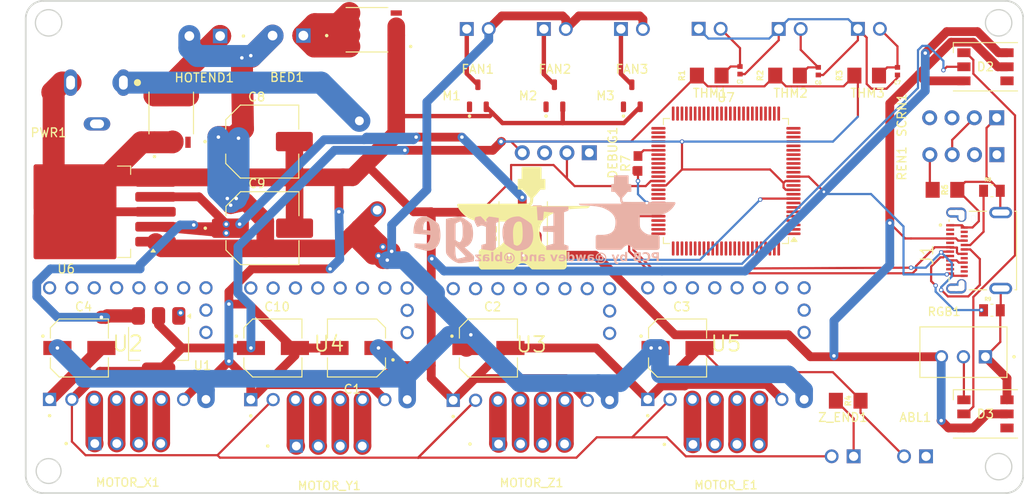
<source format=kicad_pcb>
(kicad_pcb (version 20240108) (generator "pcbnew") (generator_version "8.0")
  (layers (0 "F.Cu" signal) (1 "In1.Cu" signal) (2 "In2.Cu" signal) (31 "B.Cu" signal) (34 "B.Paste" user) (35 "F.Paste" user) (36 "B.SilkS" user "B.Silkscreen") (37 "F.SilkS" user "F.Silkscreen") (38 "B.Mask" user) (39 "F.Mask" user) (44 "Edge.Cuts" user))
  (net 0 "")
  (net 2 "ABL")
  (net 7 "T2")
  (net 12 "T1")
  (net 17 "T0")
  (net 21 "GNDREF")
  (net 22 "FAN1")
  (net 23 "FAN2")
  (net 24 "FAN3")
  (net 25 "HOTEND")
  (net 26 "BED")
  (net 27 "Z_END")
  (net 28 "EN_BTN")
  (net 29 "UART_TX")
  (net 30 "UART_RX")
  (net 31 "+3V3")
  (net 32 "VCC")
  (net 33 "Net-(FAN1-Pad1)")
  (net 34 "Net-(FAN2-Pad1)")
  (net 35 "Net-(FAN3-Pad1)")
  (net 36 "EN_REV")
  (net 37 "EN_FOR")
  (net 38 "SCRN_SCL")
  (net 39 "SCRN_SDA")
  (net 40 "DIR_M4")
  (net 41 "Net-(U3-M1A)")
  (net 42 "Net-(U3-M2A)")
  (net 43 "Net-(U2-M1A)")
  (net 44 "Net-(U2-M2A)")
  (net 45 "Net-(U4-M1A)")
  (net 46 "Net-(U4-M2A)")
  (net 47 "Net-(U5-M1B)")
  (net 48 "Net-(U5-M2B)")
  (net 49 "Net-(U5-M2A)")
  (net 50 "Net-(U5-M1A)")
  (net 51 "Net-(U2-M1B)")
  (net 52 "Net-(U2-M2B)")
  (net 53 "Net-(U3-M1B)")
  (net 54 "Net-(U3-M2B)")
  (net 55 "Net-(U4-M1B)")
  (net 56 "Net-(U4-M2B)")
  (net 57 "Net-(BED1-Pad01)")
  (net 58 "Net-(HOTEND1-Pad01)")
  (net 60 "DIR_M1")
  (net 63 "STEP_M1")
  (net 66 "EN_M1")
  (net 67 "STEP_M3")
  (net 68 "STEP_M4")
  (net 69 "EN_M4")
  (net 70 "DIR_M2")
  (net 71 "STEP_M2")
  (net 72 "EN_M3")
  (net 73 "DIAG_M3")
  (net 74 "DIAG_M4")
  (net 75 "DIR_M3")
  (net 76 "EN_M2")
  (net 77 "DIAG_M2")
  (net 78 "DIAG_M1")
  (net 79 "Net-(F1-Pad1)")
  (net 80 "SWDIO")
  (net 81 "SWCLK")
  (net 82 "USB_DP")
  (net 83 "USB_DM")
  (net 84 "+5V")
  (net 85 "Net-(D1-DOUT)")
  (net 87 "NEOPIXEL_DIN")
  (net 88 "Net-(D2-DOUT)")
  (net 90 "NEOPIXEL_DOUT")
  (net 96 "Net-(J1-CC1)")
  (net 97 "Net-(J1-CC2)")
  (footprint "TMC2209_SILENTSTEPSTICK:MODULE_TMC2209_SILENTSTEPSTICK" (layer "F.Cu") (at 180 111 90)
    (property "Reference" "U5")
    (property "Value" "TMC2209_SILENTSTEPSTICK" (hide yes))
  )
  (footprint "RMCF0805JT5K10:RESC2012X65N" (layer "F.Cu") (at 210.2375 93.609251)
    (property "Reference" "R8")
    (property "Value" "RMCF0805JT5K10" (hide yes))
  )
  (footprint "B4B-XH-A:JST_B4B-XH-A" (layer "F.Cu") (at 112 122.9 180)
    (property "Reference" "MOTOR_X1")
    (property "Value" "B4B-XH-A" (hide yes))
  )
  (footprint "GCM155R71H104KE02J:CAPC1005X55N" (layer "F.Cu") (at 199.5 80 -90)
    (property "Reference" "C7")
    (property "Value" "GCM155R71H104KE02J" (hide yes))
  )
  (footprint "PinHeader:PinHeader_1x04_P2.54mm_Vertical" (layer "F.Cu") (at 210.8 89.5 -90)
    (property "Reference" "REN1")
    (property "Value" "PEC11H-4015F-S0016" (hide yes))
  )
  (footprint "EEEFT1V101AP:CAP_EEEFT1V101AP" (layer "F.Cu") (at 174.5 111.5)
    (property "Reference" "C3")
    (property "Value" "EEEFT1V101AP" (hide yes))
  )
  (footprint "IRFH7440TRPBF:TRANS_FDMS86202" (layer "F.Cu") (at 139.8524 75.2856 180)
    (property "Reference" "Q2" (hide yes))
    (property "Value" "~" (hide yes))
  )
  (footprint "PJ-102B:CUI_PJ-102B" (layer "F.Cu") (at 105 81.3 180)
    (property "Reference" "PWR1")
    (property "Value" "PJ-102B" (hide yes))
  )
  (footprint "B2B-XH-A:JST_B2B-XH-A" (layer "F.Cu") (at 187.25 75.725 180)
    (property "Reference" "THM2")
    (property "Value" "B2B-XH-A" (hide yes))
  )
  (footprint "B2B-XH-A:JST_B2B-XH-A" (layer "F.Cu") (at 193.2675 123.300001)
    (property "Reference" "Z_END1")
    (property "Value" "B2B-XH-A" (hide yes))
  )
  (footprint "AO3400A:SOT95P280X125-3N" (layer "F.Cu") (at 151.8 82.8 90)
    (property "Reference" "M1")
    (property "Value" "AO3400A" (hide yes))
  )
  (footprint "IRFH7440TRPBF:TRANS_FDMS86202" (layer "F.Cu") (at 116.9416 85.4202 90)
    (property "Reference" "Q1" (hide yes))
    (property "Value" "~")
  )
  (footprint "B2B-XH-A:JST_B2B-XH-A" (layer "F.Cu") (at 151.7875 75.725001 180)
    (property "Reference" "FAN1")
    (property "Value" "B2B-XH-A" (hide yes))
  )
  (footprint "LED_SMD:LED_WS2812_PLCC6_5.0x5.0mm_P1.6mm" (layer "F.Cu") (at 209.5 79.5)
    (property "Reference" "D2")
    (property "Value" "WS2812" (hide yes))
  )
  (footprint "AO3400A:SOT95P280X125-3N" (layer "F.Cu") (at 160.5 82.8 90)
    (property "Reference" "M2")
    (property "Value" "AO3400A" (hide yes))
  )
  (footprint "b3b-xh-a:JST_B3B-XH-A" (layer "F.Cu") (at 207 111.975)
    (property "Reference" "RGB1")
    (property "Value" "B3B-XH-A")
  )
  (footprint "TMC2209_SILENTSTEPSTICK:MODULE_TMC2209_SILENTSTEPSTICK" (layer "F.Cu") (at 157.8864 111.0996 90)
    (property "Reference" "U3")
    (property "Value" "TMC2209_SILENTSTEPSTICK" (hide yes))
  )
  (footprint "B4B-XH-A:JST_B4B-XH-A" (layer "F.Cu") (at 134.9086 123.1816 180)
    (property "Reference" "MOTOR_Y1")
    (property "Value" "B4B-XH-A" (hide yes))
  )
  (footprint "RC1206JR-134K7L:RESC3216X65" (layer "F.Cu") (at 193.899999 117.5)
    (property "Reference" "R4")
    (property "Value" "RC1206JR-134K7L" (hide yes))
  )
  (footprint "Phoenix 1751248:PHOENIX_1751248" (layer "F.Cu") (at 124.5 72.4 180)
    (property "Reference" "HOTEND1")
    (property "Value" "1751248" (hide yes))
  )
  (footprint "LED_SMD:LED_WS2812_PLCC6_5.0x5.0mm_P1.6mm" (layer "F.Cu") (at 209.5 119)
    (property "Reference" "D3")
    (property "Value" "WS2812" (hide yes))
  )
  (footprint "EEEFT1V101AP:CAP_EEEFT1V101AP" (layer "F.Cu") (at 138 111.5 180)
    (property "Reference" "C1")
    (property "Value" "EEEFT1V101AP" (hide yes))
  )
  (footprint "B2B-XH-A:JST_B2B-XH-A" (layer "F.Cu") (at 160.55 75.725001 180)
    (property "Reference" "FAN2")
    (property "Value" "B2B-XH-A" (hide yes))
  )
  (footprint "RC1206JR-134K7L:RESC3216X65" (layer "F.Cu") (at 178.100001 80.5)
    (property "Reference" "R1")
    (property "Value" "RC1206JR-134K7L" (hide yes))
  )
  (footprint "Phoenix 1751248:PHOENIX_1751248" (layer "F.Cu") (at 133.9625 72.35 180)
    (property "Reference" "BED1")
    (property "Value" "1751248" (hide yes))
  )
  (footprint "Package_TO_SOT_SMD:SOT-223-3_TabPin2" (layer "F.Cu") (at 115.5 111 -90)
    (property "Reference" "U1")
    (property "Value" "AMS1117-3.3" (hide yes))
  )
  (footprint "EEEFT1V101AP:CAP_EEEFT1V101AP" (layer "F.Cu") (at 153 111.5)
    (property "Reference" "C2")
    (property "Value" "EEEFT1V101AP" (hide yes))
  )
  (footprint "UWT1V101MCL1GS:CAPAE830X1000N" (layer "F.Cu") (at 127.3121 97.8662)
    (property "Reference" "C9")
    (property "Value" "UWT1V331MNL1GS" (hide yes))
  )
  (footprint "RC1206JR-134K7L:RESC3216X65" (layer "F.Cu") (at 196 80.5)
    (property "Reference" "R3")
    (property "Value" "RC1206JR-134K7L" (hide yes))
  )
  (footprint "RC0603FR-131KL:0603" (layer "F.Cu") (at 170 90.5 -90)
    (property "Reference" "R7")
    (property "Value" "RC0603FR-131KL" (hide yes))
  )
  (footprint "AO3400A:SOT95P280X125-3N" (layer "F.Cu") (at 169.3 82.8 90)
    (property "Reference" "M3")
    (property "Value" "AO3400A" (hide yes))
  )
  (footprint "PinHeader:PinHeader_1x04_P2.54mm_Vertical" (layer "F.Cu") (at 164.465 89.281 -90)
    (property "Reference" "DEBUG1")
    (property "Value" "Conn_01x04_Pin" (hide yes))
  )
  (footprint "PinHeader:PinHeader_1x04_P2.54mm_Vertical" (layer "F.Cu") (at 210.78 85.3 -90)
    (property "Reference" "SCRN1")
    (property "Value" "SSD1306" (hide yes))
  )
  (footprint "TMC2209_SILENTSTEPSTICK:MODULE_TMC2209_SILENTSTEPSTICK" (layer "F.Cu") (at 134.874 111.0234 90)
    (property "Reference" "U4")
    (property "Value" "TMC2209_SILENTSTEPSTICK" (hide yes))
  )
  (footprint "LOGO" (layer "F.Cu") (at 156.9 97.8)
    (property "Reference" "G***" (hide yes))
    (property "Value" "LOGO" (hide yes))
  )
  (footprint "B2B-XH-A:JST_B2B-XH-A" (layer "F.Cu") (at 201.5 123.300001)
    (property "Reference" "ABL1")
    (property "Value" "B2B-XH-A" (hide yes))
  )
  (footprint "B4B-XH-A:JST_B4B-XH-A" (layer "F.Cu") (at 157.9064 122.953 180)
    (property "Reference" "MOTOR_Z1")
    (property "Value" "B4B-XH-A" (hide yes))
  )
  (footprint "DX07S024JJ3R1300:JAE_DX07S024JJ3R1300" (layer "F.Cu") (at 208.1875 100.409251 90)
    (property "Reference" "J1")
    (property "Value" "DX07S024JJ3R1300" (hide yes))
    (fp_line (start 4.02 -2.65) (end 4.02 -1.75) (stroke (width 0.01)) (layer "Edge.Cuts"))
    (fp_line (start -4.02 -2.65) (end -4.02 -1.75) (stroke (width 0.01)) (layer "Edge.Cuts"))
    (fp_line (start 4.02 -1.75) (end 3.72 -1.75) (stroke (width 0.01)) (layer "Edge.Cuts"))
    (fp_line (start -4.02 -1.75) (end -3.72 -1.75) (stroke (width 0.01)) (layer "Edge.Cuts"))
    (fp_line (start 4.62 -1.4) (end 4.62 -2.65) (stroke (width 0.01)) (layer "Edge.Cuts"))
    (fp_line (start -4.62 -1.4) (end -4.62 -2.65) (stroke (width 0.01)) (layer "Edge.Cuts"))
    (fp_line (start 3.72 -1.05) (end 4.27 -1.05) (stroke (width 0.01)) (layer "Edge.Cuts"))
    (fp_line (start -3.72 -1.05) (end -4.27 -1.05) (stroke (width 0.01)) (layer "Edge.Cuts"))
    (fp_line (start 3.425 -0.315) (end 3.775 -0.315001) (stroke (width 0.01)) (layer "Edge.Cuts"))
    (fp_line (start 3.8 0.185) (end 3.425 0.185) (stroke (width 0.01)) (layer "Edge.Cuts"))
    (fp_arc (start 4.32 -2.95) (mid 4.532132 -2.862132) (end 4.62 -2.65) (stroke (width 0.01)) (layer "Edge.Cuts"))
    (fp_arc (start -4.32 -2.95) (mid -4.107868 -2.862132) (end -4.02 -2.65) (stroke (width 0.01)) (layer "Edge.Cuts"))
    (fp_arc (start 4.02 -2.65) (mid 4.107868 -2.862132) (end 4.32 -2.95) (stroke (width 0.01)) (layer "Edge.Cuts"))
    (fp_arc (start -4.62 -2.65) (mid -4.532132 -2.862132) (end -4.32 -2.95) (stroke (width 0.01)) (layer "Edge.Cuts"))
    (fp_arc (start -3.72 -1.75) (mid -3.37 -1.4) (end -3.72 -1.05) (stroke (width 0.01)) (layer "Edge.Cuts"))
    (fp_arc (start 4.62 -1.4) (mid 4.517487 -1.152513) (end 4.27 -1.05) (stroke (width 0.01)) (layer "Edge.Cuts"))
    (fp_arc (start 3.72 -1.05) (mid 3.37 -1.4) (end 3.72 -1.75) (stroke (width 0.01)) (layer "Edge.Cuts"))
    (fp_arc (start -4.27 -1.05) (mid -4.517487 -1.152513) (end -4.62 -1.4) (stroke (width 0.01)) (layer "Edge.Cuts"))
    (fp_arc (start 3.775 -0.315001) (mid 3.951777 -0.241777) (end 4.025 -0.065) (stroke (width 0.01)) (layer "Edge.Cuts"))
    (fp_arc (start 3.175 -0.065) (mid 3.248223 -0.241777) (end 3.425 -0.315) (stroke (width 0.01)) (layer "Edge.Cuts"))
    (fp_arc (start 4.025 -0.064999) (mid 3.960468 0.103174) (end 3.8 0.185) (stroke (width 0.01)) (layer "Edge.Cuts"))
    (fp_arc (start 3.425 0.185) (mid 3.248223 0.111777) (end 3.175 -0.065) (stroke (width 0.01)) (layer "Edge.Cuts"))
  )
  (footprint "EEEFN1C221XP:CAP_EEEFN1C221XP" (layer "F.Cu") (at 128.5 111.5)
    (property "Reference" "C10")
    (property "Value" "EEEFN1C221XP" (hide yes))
  )
  (footprint "TMC2209_SILENTSTEPSTICK:MODULE_TMC2209_SILENTSTEPSTICK" (layer "F.Cu") (at 112 111 90)
    (property "Reference" "U2")
    (property "Value" "TMC2209_SILENTSTEPSTICK" (hide yes))
  )
  (footprint "Package_TO_SOT_SMD:TO-263-5_TabPin3" (layer "F.Cu") (at 107.5 96 180)
    (property "Reference" "U6")
    (property "Value" "LM2576HVS-5" (hide yes))
  )
  (footprint "Package_QFP:LQFP-100_14x14mm_P0.5mm" (layer "F.Cu") (at 180 92.5 180)
    (property "Reference" "U7")
    (property "Value" "STM32G0B1VETx" (hide yes))
  )
  (footprint "RC1206JR-134K7L:RESC3216X65" (layer "F.Cu") (at 187 80.5)
    (property "Reference" "R2")
    (property "Value" "RC1206JR-134K7L" (hide yes))
  )
  (footprint "LED_SMD:LED_WS2812_PLCC6_5.0x5.0mm_P1.6mm" (layer "F.Cu") (at 156.95 98.5 90)
    (property "Reference" "D1")
    (property "Value" "WS2812")
  )
  (footprint "B2B-XH-A:JST_B2B-XH-A" (layer "F.Cu") (at 169.3125 75.725001 180)
    (property "Reference" "FAN3")
    (property "Value" "B2B-XH-A" (hide yes))
  )
  (footprint "B2B-XH-A:JST_B2B-XH-A" (layer "F.Cu") (at 196.25 75.705001 180)
    (property "Reference" "THM3")
    (property "Value" "B2B-XH-A" (hide yes))
  )
  (footprint "GCM155R71H104KE02J:CAPC1005X55N" (layer "F.Cu") (at 181.6 79.9 -90)
    (property "Reference" "C5")
    (property "Value" "GCM155R71H104KE02J" (hide yes))
  )
  (footprint "RC1206JR-134K7L:RESC3216X65" (layer "F.Cu") (at 204.899999 93.5)
    (property "Reference" "R6")
    (property "Value" "RC1206JR-134K7L" (hide yes))
  )
  (footprint "RMCF0805JT5K10:RESC2012X65N" (layer "F.Cu") (at 210.2375 107.209251)
    (property "Reference" "R9")
    (property "Value" "RMCF0805JT5K10" (hide yes))
  )
  (footprint "B2B-XH-A:JST_B2B-XH-A" (layer "F.Cu") (at 178.15 75.7 180)
    (property "Reference" "THM1")
    (property "Value" "B2B-XH-A" (hide yes))
  )
  (footprint "B4B-XH-A:JST_B4B-XH-A" (layer "F.Cu") (at 180 123 180)
    (property "Reference" "MOTOR_E1")
    (property "Value" "B4B-XH-A" (hide yes))
  )
  (footprint "UWT1V101MCL1GS:CAPAE830X1000N" (layer "F.Cu") (at 127.2867 88.011)
    (property "Reference" "C8")
    (property "Value" "UWT1V101MCL1GS" (hide yes))
  )
  (footprint "GCM155R71H104KE02J:CAPC1005X55N" (layer "F.Cu") (at 190.5 80 -90)
    (property "Reference" "C6")
    (property "Value" "GCM155R71H104KE02J" (hide yes))
  )
  (footprint "EEEFT1V101AP:CAP_EEEFT1V101AP" (layer "F.Cu") (at 106.5 111.5)
    (property "Reference" "C4")
    (property "Value" "EEEFT1V101AP" (hide yes))
  )
  (footprint "LOGO" (layer "B.Cu") (at 159.361128 96.850732 180)
    (property "Reference" "G***" (hide yes))
    (property "Value" "LOGO" (hide yes))
  )
  (footprint "RUEF900:FUSRR1015W81L2410T300H2900" (layer "B.Cu") (at 139.3444 90.7288 -90)
    (property "Reference" "F1" (hide yes))
    (property "Value" "RUEF900" (hide yes))
  )
  (gr_line (start 211.775735 128.014215) (end 102.414213 128.014213) (stroke (width 0.2)) (layer "Edge.Cuts"))
  (gr_line (start 100.4 74.014214) (end 100.4 126) (stroke (width 0.2)) (layer "Edge.Cuts"))
  (gr_arc (start 211.775736 72.000002) (mid 213.199993 72.589953) (end 213.789949 74.014215) (stroke (width 0.2)) (layer "Edge.Cuts"))
  (gr_arc (start 102.414213 128.014213) (mid 100.989949 127.424264) (end 100.4 126) (stroke (width 0.2)) (layer "Edge.Cuts"))
  (gr_circle (center 103 125.5) (end 104 126.5) (stroke (width 0.15)) (fill none) (layer "Edge.Cuts"))
  (gr_circle (center 211 125) (end 212.5 125) (stroke (width 0.15)) (fill none) (layer "Edge.Cuts"))
  (gr_line (start 213.789949 74.014215) (end 213.789949 126.000001) (stroke (width 0.2)) (layer "Edge.Cuts"))
  (gr_line (start 211.775736 72.000002) (end 102.414214 72) (stroke (width 0.2)) (layer "Edge.Cuts"))
  (gr_arc (start 100.4 74.014214) (mid 100.98995 72.58995) (end 102.414214 72) (stroke (width 0.2)) (layer "Edge.Cuts"))
  (gr_circle (center 211 74.5) (end 212.5 74.5) (stroke (width 0.15)) (fill none) (layer "Edge.Cuts"))
  (gr_arc (start 213.789949 126.000001) (mid 213.199999 127.424265) (end 211.775735 128.014215) (stroke (width 0.2)) (layer "Edge.Cuts"))
  (gr_circle (center 103 74.5) (end 104.5 74.5) (stroke (width 0.15)) (fill none) (layer "Edge.Cuts"))
  (gr_text "PCB by @awdev and @blaze" (at 172.5 101.8 0) (layer "B.SilkS") (effects (font (size 1 1) (thickness 0.25) (bold yes)) (justify left bottom mirror)))
  (segment (start 181.6 79.468) (end 180.532 79.468) (width 0.25) (layer "F.Cu") (net 7))
  (segment (start 180.532 79.468) (end 179.5 80.5) (width 0.25) (layer "F.Cu") (net 7))
  (segment (start 181.6 77.375) (end 179.4 75.175) (width 0.25) (layer "F.Cu") (net 7))
  (segment (start 181.6 79.468) (end 181.6 77.375) (width 0.25) (layer "F.Cu") (net 7))
  (segment (start 188.5 75.2) (end 188.5 77.568) (width 0.25) (layer "F.Cu") (net 12))
  (segment (start 188.5 77.568) (end 190.5 79.568) (width 0.25) (layer "F.Cu") (net 12))
  (segment (start 189.331999 79.568) (end 188.399999 80.5) (width 0.25) (layer "F.Cu") (net 12))
  (segment (start 190.5 79.568) (end 189.331999 79.568) (width 0.25) (layer "F.Cu") (net 12))
  (segment (start 199.5 79.568) (end 199.5 77.180001) (width 0.25) (layer "F.Cu") (net 17))
  (segment (start 198.331999 79.568) (end 199.5 79.568) (width 0.25) (layer "F.Cu") (net 17))
  (segment (start 199.5 77.180001) (end 197.5 75.180001) (width 0.25) (layer "F.Cu") (net 17))
  (segment (start 197.399999 80.5) (end 198.331999 79.568) (width 0.25) (layer "F.Cu") (net 17))
  (segment (start 195.299998 117.5) (end 195.299998 117.4) (width 0.25) (layer "F.Cu") (net 21))
  (segment (start 211.2375 104.729251) (end 211.2375 107.159251) (width 0.25) (layer "F.Cu") (net 21))
  (segment (start 155.575 92.494) (end 152.019 96.05) (width 0.25) (layer "F.Cu") (net 21))
  (segment (start 210.1725 92.594251) (end 211.1875 93.609251) (width 0.25) (layer "F.Cu") (net 21))
  (segment (start 155.5 111.5) (end 165.26 111.5) (width 1) (layer "F.Cu") (net 21))
  (segment (start 125.2646 114.9) (end 125.984 115.6194) (width 1) (layer "F.Cu") (net 21))
  (segment (start 130.8621 92.6) (end 130.9621 92.5) (width 1) (layer "F.Cu") (net 21))
  (segment (start 161.449999 84.055) (end 161.449999 85.892401) (width 0.5) (layer "F.Cu") (net 21))
  (segment (start 131 111.5) (end 133.5 111.5) (width 1) (layer "F.Cu") (net 21))
  (segment (start 205.7375 103.284251) (end 205.4875 103.034251) (width 0.25) (layer "F.Cu") (net 21))
  (segment (start 170.882236 93.075) (end 162.798 93.075) (width 0.25) (layer "F.Cu") (net 21))
  (segment (start 153.4735 84.7785) (end 152.749999 84.055) (width 0.5) (layer "F.Cu") (net 21))
  (segment (start 171.11 117.35) (end 172.642082 115.817918) (width 1) (layer "F.Cu") (net 21))
  (segment (start 136 96) (end 136 92.575) (width 1) (layer "F.Cu") (net 21))
  (segment (start 161.7598 114.973) (end 162.1434 115.3566) (width 1) (layer "F.Cu") (net 21))
  (segment (start 211.1875 107.209251) (end 211.1875 110.8125) (width 0.25) (layer "F.Cu") (net 21))
  (segment (start 125.984 117.3734) (end 127.684 115.6734) (width 1) (layer "F.Cu") (net 21))
  (segment (start 142.5224 75.9206) (end 142.5224 85.217) (width 2) (layer "F.Cu") (net 21))
  (segment (start 207.0875 97.784251) (end 206.8375 97.534251) (width 0.25) (layer "F.Cu") (net 21))
  (segment (start 109.05 92.6) (end 108.425 93.225) (width 1) (layer "F.Cu") (net 21))
  (segment (start 161.925 89.281) (end 161.925 92.202) (width 0.25) (layer "F.Cu") (net 21))
  (segment (start 211.95 117.4) (end 211.95 114.95) (width 1) (layer "F.Cu") (net 21))
  (segment (start 195.299998 117.4) (end 192.151 114.251002) (width 0.25) (layer "F.Cu") (net 21))
  (segment (start 165.26 111.5) (end 169.1166 115.3566) (width 1) (layer "F.Cu") (net 21))
  (segment (start 139.063765 90.563765) (end 137.552529 92.075) (width 2) (layer "F.Cu") (net 21))
  (segment (start 103.4288 82.3976) (end 103.575 82.5438) (width 2.5) (layer "F.Cu") (net 21))
  (segment (start 123.5 106.5) (end 123.5 105.101133) (width 1) (layer "F.Cu") (net 21))
  (segment (start 142.5 113.5) (end 146.5 113.5) (width 1) (layer "F.Cu") (net 21))
  (segment (start 162.1434 115.3566) (end 169.1166 115.3566) (width 1) (layer "F.Cu") (net 21))
  (segment (start 155.575 90.678) (end 155.575 92.494) (width 0.25) (layer "F.Cu") (net 21))
  (segment (start 123.5 113) (end 121.6 114.9) (width 1) (layer "F.Cu") (net 21))
  (segment (start 206.8375 97.534251) (end 205.4875 97.534251) (width 0.25) (layer "F.Cu") (net 21))
  (segment (start 210.997056 77.9) (end 208.597056 75.5) (width 1) (layer "F.Cu") (net 21))
  (segment (start 148.9964 117.4496) (end 146.5 114.9532) (width 1) (layer "F.Cu") (net 21))
  (segment (start 103.11 117.35) (end 103.15 117.35) (width 1.5) (layer "F.Cu") (net 21))
  (segment (start 206.299998 93.5) (end 207.205747 92.594251) (width 0.25) (layer "F.Cu") (net 21))
  (segment (start 172.642082 115.817918) (end 175.317919 115.817918) (width 1) (layer "F.Cu") (net 21))
  (segment (start 133.5 111.5) (end 135.5 111.5) (width 1) (layer "F.Cu") (net 21))
  (segment (start 127.684 115.6734) (end 139.524 115.6734) (width 1) (layer "F.Cu") (net 21))
  (segment (start 137.552529 92.075) (end 136.5 92.075) (width 2) (layer "F.Cu") (net 21))
  (segment (start 169.1166 115.3566) (end 171.11 117.35) (width 1) (layer "F.Cu") (net 21))
  (segment (start 196 81.450001) (end 196 76.180001) (width 0.25) (layer "F.Cu") (net 21))
  (segment (start 171.15 117.35) (end 171.11 117.35) (width 1) (layer "F.Cu") (net 21))
  (segment (start 136 92.575) (end 136.5 92.075) (width 1) (layer "F.Cu") (net 21))
  (segment (start 151.473 114.973) (end 154.946 111.5) (width 1) (layer "F.Cu") (net 21))
  (segment (start 208.7475 95.947502) (end 206.299998 93.5) (width 0.25) (layer "F.Cu") (net 21))
  (segment (start 125.2646 114.7646) (end 125.2646 114.9) (width 1) (layer "F.Cu") (net 21))
  (segment (start 115.15 96) (end 106 96) (width 1) (layer "F.Cu") (net 21))
  (segment (start 125.754333 106.5) (end 130.754333 111.5) (width 1) (layer "F.Cu") (net 21))
  (segment (start 170.249999 84.055) (end 168.404999 85.9) (width 0.5) (layer "F.Cu") (net 21))
  (segment (start 205.102944 75.5) (end 202.658472 77.944472) (width 1) (layer "F.Cu") (net 21))
  (segment (start 146.5 114.9532) (end 146.5 113.5) (width 1) (layer "F.Cu") (net 21))
  (segment (start 117.0148 88.0902) (end 117.0916 88.0134) (width 2.5) (layer "F.Cu") (net 21))
  (segment (start 171.457236 92.5) (end 170.882236 93.075) (width 0.25) (layer "F.Cu") (net 21))
  (segment (start 198.249999 82) (end 196.549999 82) (width 0.25) (layer "F.Cu") (net 21))
  (segment (start 160.401 90.678) (end 155.575 90.678) (width 0.25) (layer "F.Cu") (net 21))
  (segment (start 162.56 92.837) (end 160.401 90.678) (width 0.25) (layer "F.Cu") (net 21))
  (segment (start 211.95 114.95) (end 209.5 112.5) (width 1) (layer "F.Cu") (net 21))
  (segment (start 142.6294 85.11) (end 142.5224 85.217) (width 0.5) (layer "F.Cu") (net 21))
  (segment (start 139.9253 116.0747) (end 142.5 113.5) (width 1) (layer "F.Cu") (net 21))
  (segment (start 154.946 111.5) (end 155.5 111.5) (width 1) (layer "F.Cu") (net 21))
  (segment (start 115.0366 88.0902) (end 113.5598 88.0902) (width 2.5) (layer "F.Cu") (net 21))
  (segment (start 177 111.5) (end 171.15 117.35) (width 1) (layer "F.Cu") (net 21))
  (segment (start 195.299998 118.874999) (end 200.25 123.825001) (width 0.25) (layer "F.Cu") (net 21))
  (segment (start 105.5 81.3) (end 104.5264 81.3) (width 2.5) (layer "F.Cu") (net 21))
  (segment (start 199.5 80.749999) (end 198.249999 82) (width 0.25) (layer "F.Cu") (net 21))
  (segment (start 162.798 93.075) (end 162.56 92.837) (width 0.25) (layer "F.Cu") (net 21))
  (segment (start 211.95 77.9) (end 210.997056 77.9) (width 1) (layer "F.Cu") (net 21))
  (segment (start 207.0875 97.784251) (end 208.031384 97.784251) (width 0.25) (layer "F.Cu") (net 21))
  (segment (start 109.575 92.075) (end 108.425 93.225) (width 2) (layer "F.Cu") (net 21))
  (segment (start 115.15 92.6) (end 130.8621 92.6) (width 1) (layer "F.Cu") (net 21))
  (segment (start 142.5224 87.105129) (end 139.063765 90.563765) (width 2) (layer "F.Cu") (net 21))
  (segment (start 126.101133 102.5) (end 135 102.5) (width 1) (layer "F.Cu") (net 21))
  (segment (start 195.299998 117.5) (end 195.299998 118.874999) (width 0.25) (layer "F.Cu") (net 21))
  (segment (start 125.984 115.6194) (end 125.984 117.3734) (width 1) (layer "F.Cu") (net 21))
  (segment (start 104.5264 81.3) (end 103.4288 82.3976) (width 2.5) (layer "F.Cu") (net 21))
  (segment (start 211.1875 93.609251) (end 209.625 92.046751) (width 0.25) (layer "F.Cu") (net 21))
  (segment (start 154.594999 85.9) (end 153.4735 84.7785) (width 0.5) (layer "F.Cu") (net 21))
  (segment (start 172.325 92.5) (end 171.457236 92.5) (width 0.25) (layer "F.Cu") (net 21))
  (segment (start 123.5 105.101133) (end 126.101133 102.5) (width 1) (layer "F.Cu") (net 21))
  (segment (start 115.15 92.6) (end 109.05 92.6) (width 1) (layer "F.Cu") (net 21))
  (segment (start 155.35 96.05) (end 152.019 96.05) (width 1) (layer "F.Cu") (net 21))
  (segment (start 103.15 117.35) (end 109 111.5) (width 1.5) (layer "F.Cu") (net 21))
  (segment (start 211.1875 93.609251) (end 211.1875 96.039251) (width 0.25) (layer "F.Cu") (net 21))
  (segment (start 182.15 80.332) (end 186 76.482) (width 0.25) (layer "F.Cu") (net 21))
  (segment (start 130.9367 92.0117) (end 130.9367 88.011) (width 2) (layer "F.Cu") (net 21))
  (segment (start 168.404999 85.9) (end 161.4424 85.9) (width 0.5) (layer "F.Cu") (net 21))
  (segment (start 146.55 96.05) (end 146.5 96) (width 1) (layer "F.Cu") (net 21))
  (segment (start 161.925 92.202) (end 162.56 92.837) (width 0.25) (layer "F.Cu") (net 21))
  (segment (start 121.6 114.9) (end 120.8 114.9) (width 1) (layer "F.Cu") (net 21))
  (segment (start 208.031384 97.784251) (end 208.7475 97.068135) (width 0.25) (layer "F.Cu") (net 21))
  (segment (start 136.5 92.075) (end 131 92.075) (width 2) (layer "F.Cu") (net 21))
  (segment (start 209.625 86.455) (end 210.78 85.3) (width 0.25) (layer "F.Cu") (net 21))
  (segment (start 103.575 82.5438) (end 103.575 93.225) (width 2.5) (layer "F.Cu") (net 21))
  (segment (start 187.675 92) (end 189.409 92) (width 0.25) (layer "F.Cu") (net 21))
  (segment (start 153.142 85.11) (end 142.6294 85.11) (width 0.5) (layer "F.Cu") (net 21))
  (segment (start 113.5598 88.0902) (end 108.425 93.225) (width 2.5) (layer "F.Cu") (net 21))
  (segment (start 209.625 92.046751) (end 209.625 86.455) (width 0.25) (layer "F.Cu") (net 21))
  (segment (start 207.205747 92.594251) (end 210.1725 92.594251) (width 0.25) (layer "F.Cu") (net 21))
  (segment (start 131 112.3574) (end 125.984 117.3734) (width 1) (layer "F.Cu") (net 21))
  (segment (start 142.5224 75.9206) (end 142.5224 74.8856) (width 2) (layer "F.Cu") (net 21))
  (segment (start 175.485837 115.65) (end 184.65 115.65) (width 1) (layer "F.Cu") (net 21))
  (segment (start 195 76.482) (end 195 75.180001) (width 0.25) (layer "F.Cu") (net 21))
  (segment (start 196.549999 82) (end 196 81.450001) (width 0.25) (layer "F.Cu") (net 21))
  (segment (start 144.5 96) (end 139.063765 90.563765) (width 1) (layer "F.Cu") (net 21))
  (segment (start 130.9367 92.0117) (end 130.9621 92.0371) (width 2) (layer "F.Cu") (net 21))
  (segment (start 148.9964 117.4496) (end 151.473 114.973) (width 1) (layer "F.Cu") (net 21))
  (segment (start 130.9621 92.0371) (end 130.9621 97.8662) (width 2) (layer "F.Cu") (net 21))
  (segment (start 117.0916 88.0134) (end 117.0916 88.0902) (width 2.5) (layer "F.Cu") (net 21))
  (segment (start 196 76.180001) (end 195 75.180001) (width 0.25) (layer "F.Cu") (net 21))
  (segment (start 199.5 80.432) (end 199.5 80.749999) (width 0.25) (layer "F.Cu") (net 21))
  (segment (start 161.7598 114.973) (end 164.2364 117.4496) (width 1) (layer "F.Cu") (net 21))
  (segment (start 131 111.5) (end 131 112.3574) (width 1) (layer "F.Cu") (net 21))
  (segment (start 161.449999 85.892401) (end 161.4424 85.9) (width 0.5) (layer "F.Cu") (net 21))
  (segment (start 123.5 113) (end 125.2646 114.7646) (width 1) (layer "F.Cu") (net 21))
  (segment (start 139.9253 116.0747) (end 141.224 117.3734) (width 1) (layer "F.Cu") (net 21))
  (segment (start 129.5 92.075) (end 109.575 92.075) (width 2) (layer "F.Cu") (net 21))
  (segment (start 181.6 80.332) (end 182.15 80.332) (width 0.25) (layer "F.Cu") (net 21))
  (segment (start 115.0366 88.0902) (end 117.0148 88.0902) (width 2.5) (layer "F.Cu") (net 21))
  (segment (start 184.65 115.65) (end 186.35 117.35) (width 1) (layer "F.Cu") (net 21))
  (segment (start 130.754333 111.5) (end 133.5 111.5) (width 1) (layer "F.Cu") (net 21))
  (segment (start 151.473 114.973) (end 161.7598 114.973) (width 1) (layer "F.Cu") (net 21))
  (segment (start 146.5 96) (end 144.5 96) (width 1) (layer "F.Cu") (net 21))
  (segment (start 211.2375 107.159251) (end 211.1875 107.209251) (width 0.25) (layer "F.Cu") (net 21))
  (segment (start 211.1875 110.8125) (end 209.5 112.5) (width 0.25) (layer "F.Cu") (net 21))
  (segment (start 208.597056 75.5) (end 205.102944 75.5) (width 1) (layer "F.Cu") (net 21))
  (segment (start 146.5 113.5) (end 146.5 96) (width 1) (layer "F.Cu") (net 21))
  (segment (start 152.019 96.05) (end 146.55 96.05) (width 1) (layer "F.Cu") (net 21))
  (segment (start 139.524 115.6734) (end 139.9253 116.0747) (width 1) (layer "F.Cu") (net 21))
  (segment (start 131 92.075) (end 130.9367 92.0117) (width 2) (layer "F.Cu") (net 21))
  (segment (start 186 76.482) (end 186 75.2) (width 0.25) (layer "F.Cu") (net 21))
  (segment (start 175.317919 115.817918) (end 175.485837 115.65) (width 1) (layer "F.Cu") (net 21))
  (segment (start 189.409 92) (end 191.135 93.726) (width 0.25) (layer "F.Cu") (net 21))
  (segment (start 153.4735 84.7785) (end 153.142 85.11) (width 0.5) (layer "F.Cu") (net 21))
  (segment (start 130.9621 88.0364) (end 130.9367 88.011) (width 1) (layer "F.Cu") (net 21))
  (segment (start 192.151 114.251002) (end 179.751002 114.251002) (width 0.25) (layer "F.Cu") (net 21))
  (segment (start 131 92.075) (end 129.5 92.075) (width 2) (layer "F.Cu") (net 21))
  (segment (start 211.1875 96.039251) (end 211.2375 96.089251) (width 0.25) (layer "F.Cu") (net 21))
  (segment (start 190.5 80.432) (end 191.05 80.432) (width 0.25) (layer "F.Cu") (net 21))
  (segment (start 208.7475 97.068135) (end 208.7475 95.947502) (width 0.25) (layer "F.Cu") (net 21))
  (segment (start 161.4424 85.9) (end 154.594999 85.9) (width 0.5) (layer "F.Cu") (net 21))
  (segment (start 191.05 80.432) (end 195 76.482) (width 0.25) (layer "F.Cu") (net 21))
  (segment (start 207.087501 103.284251) (end 205.7375 103.284251) (width 0.25) (layer "F.Cu") (net 21))
  (segment (start 123.5 106.5) (end 125.754333 106.5) (width 1) (layer "F.Cu") (net 21))
  (segment (start 120.8 114.9) (end 118.35 117.35) (width 1) (layer "F.Cu") (net 21))
  (segment (start 142.5224 85.217) (end 142.5224 87.105129) (width 2) (layer "F.Cu") (net 21))
  (segment (start 179.751002 114.251002) (end 177 111.5) (width 0.25) (layer "F.Cu") (net 21))
  (via (at 118 107.5) (size 0.8) (drill 0.4) (layers "F.Cu" "B.Cu") (net 21))
  (via (at 123.5 106.5) (size 0.8) (drill 0.4) (layers "F.Cu" "B.Cu") (net 21))
  (via (at 202.658472 77.944472) (size 0.8) (drill 0.4) (layers "F.Cu" "B.Cu") (net 21))
  (via (at 123.5 113) (size 0.8) (drill 0.4) (layers "F.Cu" "B.Cu") (net 21))
  (via (at 191.135 93.726) (size 0.5) (drill 0.3) (layers "F.Cu" "B.Cu") (net 21))
  (via (at 136 96) (size 0.8) (drill 0.4) (layers "F.Cu" "B.Cu") (net 21))
  (via (at 146.558 101.346) (size 0.8) (drill 0.4) (layers "F.Cu" "B.Cu") (net 21))
  (via (at 205.105 103.124) (size 0.5) (drill 0.3) (layers "F.Cu" "B.Cu") (net 21))
  (via (at 135 102.5) (size 0.8) (drill 0.4) (layers "F.Cu" "B.Cu") (net 21))
  (segment (start 196.492726 93.98) (end 191.516 93.98) (width 0.25) (layer "B.Cu") (net 21))
  (segment (start 193.907499 74.0875) (end 187.1125 74.0875) (width 0.25) (layer "B.Cu") (net 21))
  (segment (start 202.658472 82.253561) (end 191.224016 93.688016) (width 1) (layer "B.Cu") (net 21))
  (segment (start 191.224016 93.688016) (end 182.169033 102.743) (width 1) (layer "B.Cu") (net 21))
  (segment (start 123.5 113) (end 123.5 106.5) (width 1) (layer "B.Cu") (net 21))
  (segment (start 147.955 102.743) (end 146.558 101.346) (width 1) (layer "B.Cu") (net 21))
  (segment (start 136 96) (end 136.1 96) (width 1) (layer "B.Cu") (net 21))
  (segment (start 200.187007 103.124) (end 200.187007 97.674281) (width 0.25) (layer "B.Cu") (net 21))
  (segment (start 184.9125 76.2875) (end 178.0125 76.2875) (width 0.25) (layer "B.Cu") (net 21))
  (segment (start 186 75.2) (end 184.9125 76.2875) (width 0.25) (layer "B.Cu") (net 21))
  (segment (start 200.187007 97.674281) (end 196.492726 93.98) (width 0.25) (layer "B.Cu") (net 21))
  (segment (start 136.1 101.4) (end 136 96) (width 1) (layer "B.Cu") (net 21))
  (segment (start 187.1125 74.0875) (end 186 75.2) (width 0.25) (layer "B.Cu") (net 21))
  (segment (start 178.0125 76.2875) (end 176.9 75.175) (width 0.25) (layer "B.Cu") (net 21))
  (segment (start 172.72 102.743) (end 147.955 102.743) (width 1) (layer "B.Cu") (net 21))
  (segment (start 202.658472 77.944472) (end 202.658472 82.253561) (width 1) (layer "B.Cu") (net 21))
  (segment (start 135 102.5) (end 136.1 101.4) (width 1) (layer "B.Cu") (net 21))
  (segment (start 191.516 93.98) (end 191.224016 93.688016) (width 0.25) (layer "B.Cu") (net 21))
  (segment (start 205.105 103.124) (end 200.187007 103.124) (width 0.25) (layer "B.Cu") (net 21))
  (segment (start 195 75.180001) (end 193.907499 74.0875) (width 0.25) (layer "B.Cu") (net 21))
  (segment (start 182.169033 102.743) (end 172.72 102.743) (width 1) (layer "B.Cu") (net 21))
  (segment (start 194.5175 123.825001) (end 194.5175 119.5175) (width 0.25) (layer "F.Cu") (net 27))
  (segment (start 194.5175 119.5175) (end 192.5 117.5) (width 0.25) (layer "F.Cu") (net 27))
  (segment (start 203.18 93.18) (end 203.5 93.5) (width 0.25) (layer "F.Cu") (net 28))
  (segment (start 203.18 89.5) (end 203.18 93.18) (width 0.25) (layer "F.Cu") (net 28))
  (segment (start 170 89.65) (end 170.65 89) (width 0.25) (layer "F.Cu") (net 29))
  (segment (start 170.65 89) (end 172.325 89) (width 0.25) (layer "F.Cu") (net 29))
  (segment (start 171 95) (end 171 95.042764) (width 0.25) (layer "F.Cu") (net 30))
  (segment (start 170.957236 95) (end 171 95) (width 0.25) (layer "F.Cu") (net 30))
  (segment (start 170 91.35) (end 170 92.5) (width 0.25) (layer "F.Cu") (net 30))
  (segment (start 171 95.042764) (end 171.457236 95.5) (width 0.25) (layer "F.Cu") (net 30))
  (segment (start 171.457236 95.5) (end 172.325 95.5) (width 0.25) (layer "F.Cu") (net 30))
  (segment (start 169.5 91.65) (end 169.5 90.957236) (width 0.25) (layer "F.Cu") (net 30))
  (via (at 170 92.5) (size 0.5) (drill 0.3) (layers "F.Cu" "B.Cu") (net 30))
  (via (at 171 95) (size 0.5) (drill 0.3) (layers "F.Cu" "B.Cu") (net 30))
  (segment (start 170 94) (end 171 95) (width 0.25) (layer "B.Cu") (net 30))
  (segment (start 170 92.5) (end 170 94) (width 0.25) (layer "B.Cu") (net 30))
  (segment (start 107.2 123.7) (end 105.65 122.15) (width 0.25) (layer "F.Cu") (net 31))
  (segment (start 145.0044 123.9816) (end 145.0184 123.9816) (width 0.25) (layer "F.Cu") (net 31))
  (segment (start 145.0044 123.9816) (end 151.5364 117.4496) (width 0.25) (layer "F.Cu") (net 31))
  (segment (start 184.375001 81.725) (end 177.925002 81.725) (width 0.25) (layer "F.Cu") (net 31))
  (segment (start 128.524 117.3734) (end 122.1974 123.7) (width 0.25) (layer "F.Cu") (net 31))
  (segment (start 145.0184 123.9676) (end 151.5364 117.4496) (width 0.25) (layer "F.Cu") (net 31))
  (segment (start 205.72 89.5) (end 205.72 87.82) (width 0.25) (layer "F.Cu") (net 31))
  (segment (start 126 111.5) (end 118.149999 111.5) (width 1) (layer "F.Cu") (net 31))
  (segment (start 186.773 92.5) (end 187.675 92.5) (width 0.25) (layer "F.Cu") (net 31))
  (segment (start 145.0184 123.9816) (end 163 123.9816) (width 0.25) (layer "F.Cu") (net 31))
  (segment (start 115.5 108.850001) (end 115.5 107.850001) (width 1) (layer "F.Cu") (net 31))
  (segment (start 186.807236 93.5) (end 186.55 93.242764) (width 0.25) (layer "F.Cu") (net 31))
  (segment (start 115.5 114.149999) (end 108.850001 114.149999) (width 1) (layer "F.Cu") (net 31))
  (segment (start 192.0175 123.825001) (end 175.442001 123.825001) (width 0.25) (layer "F.Cu") (net 31))
  (segment (start 108.850001 114.149999) (end 105.65 117.35) (width 1) (layer "F.Cu") (net 31))
  (segment (start 118.149999 111.5) (end 115.5 108.850001) (width 1) (layer "F.Cu") (net 31))
  (segment (start 156.845 89.281) (end 155.564 88) (width 0.25) (layer "F.Cu") (net 31))
  (segment (start 186.825001 81.725) (end 185.600001 80.5) (width 0.25) (layer "F.Cu") (net 31))
  (segment (start 154.432 88.011) (end 154.489 88.011) (width 1) (layer "F.Cu") (net 31))
  (segment (start 205.72 87.82) (end 208.24 85.3) (width 0.25) (layer "F.Cu") (net 31))
  (segment (start 105.65 122.15) (end 105.65 117.35) (width 0.25) (layer "F.Cu") (net 31))
  (segment (start 175.006 91.186764) (end 175.006 88.011) (width 0.25) (layer "F.Cu") (net 31))
  (segment (start 145.0184 123.9816) (end 145.0184 123.9676) (width 0.25) (layer "F.Cu") (net 31))
  (segment (start 154.489 88.011) (end 154.5 88) (width 1) (layer "F.Cu") (net 31))
  (segment (start 163 123.9816) (end 165.3154 121.6662) (width 0.25) (layer "F.Cu") (net 31))
  (segment (start 186.55 92.723) (end 186.773 92.5) (width 0.25) (layer "F.Cu") (net 31))
  (segment (start 154.432 88.068) (end 154.432 88.011) (width 1) (layer "F.Cu") (net 31))
  (segment (start 165.3154 121.6662) (end 169.3338 121.6662) (width 0.25) (layer "F.Cu") (net 31))
  (segment (start 173.2832 121.6662) (end 169.3338 121.6662) (width 0.25) (layer "F.Cu") (net 31))
  (segment (start 187.675 93.5) (end 186.807236 93.5) (width 0.25) (layer "F.Cu") (net 31))
  (segment (start 122.1974 123.7) (end 107.2 123.7) (width 0.25) (layer "F.Cu") (net 31))
  (segment (start 153.5 89) (end 154.432 88.068) (width 1) (layer "F.Cu") (net 31))
  (segment (start 143.5 89) (end 153.5 89) (width 1) (layer "F.Cu") (net 31))
  (segment (start 186.55 92.723) (end 185.013764 91.186764) (width 0.25) (layer "F.Cu") (net 31))
  (segment (start 122.1974 123.7) (end 122.479 123.9816) (width 0.25) (layer "F.Cu") (net 31))
  (segment (start 173.192764 93) (end 175.006 91.186764) (width 0.25) (layer "F.Cu") (net 31))
  (segment (start 118.149999 111.5) (end 115.5 114.149999) (width 1) (layer "F.Cu") (net 31))
  (segment (start 169.3338 121.6662) (end 173.65 117.35) (width 0.25) (layer "F.Cu") (net 31))
  (segment (start 194.600001 80.5) (end 193.375001 81.725) (width 0.25) (layer "F.Cu") (net 31))
  (segment (start 195 80.899999) (end 194.600001 80.5) (width 0.25) (layer "F.Cu") (net 31))
  (segment (start 193.375001 81.725) (end 186.825001 81.725) (width 0.25) (layer "F.Cu") (net 31))
  (segment (start 177.925002 81.725) (end 176.700002 80.5) (width 0.25) (layer "F.Cu") (net 31))
  (segment (start 122.479 123.9816) (end 145.0044 123.9816) (width 0.25) (layer "F.Cu") (net 31))
  (segment (start 176.700002 80.5) (end 169.200002 88) (width 0.25) (layer "F.Cu") (net 31))
  (segment (start 195 85.18) (end 195 80.899999) (width 0.25) (layer "F.Cu") (net 31))
  (segment (start 172.325 93) (end 173.192764 93) (width 0.25) (layer "F.Cu") (net 31))
  (segment (start 185.013764 91.186764) (end 175.006 91.186764) (width 0.25) (layer "F.Cu") (net 31))
  (segment (start 175.442001 123.825001) (end 173.2832 121.6662) (width 0.25) (layer "F.Cu") (net 31))
  (segment (start 155.564 88) (end 154.5 88) (width 0.25) (layer "F.Cu") (net 31))
  (segment (start 186.55 93.242764) (end 186.55 92.723) (width 0.25) (layer "F.Cu") (net 31))
  (segment (start 185.600001 80.5) (end 184.375001 81.725) (width 0.25) (layer "F.Cu") (net 31))
  (segment (start 169.200002 88) (end 154.5 88) (width 0.25) (layer "F.Cu") (net 31))
  (via (at 175.006 88.011) (size 0.5) (drill 0.3) (layers "F.Cu" "B.Cu") (net 31))
  (via (at 154.432 88.011) (size 0.8) (drill 0.4) (layers "F.Cu" "B.Cu") (net 31))
  (via (at 126 111.5) (size 0.8) (drill 0.4) (layers "F.Cu" "B.Cu") (net 31))
  (via (at 143.5 89) (size 0.8) (drill 0.4) (layers "F.Cu" "B.Cu") (net 31))
  (segment (start 124.53 105.275667) (end 124.53 99.97) (width 1) (layer "B.Cu") (net 31))
  (segment (start 126 106.745667) (end 124.53 105.275667) (width 1) (layer "B.Cu") (net 31))
  (segment (start 195 85.18) (end 192.169 88.011) (width 0.25) (layer "B.Cu") (net 31))
  (segment (start 126 111.5) (end 126 106.745667) (width 1) (layer "B.Cu") (net 31))
  (segment (start 192.169 88.011) (end 154.432 88.011) (width 0.25) (layer "B.Cu") (net 31))
  (segment (start 124.53 99.97) (end 135.5 89) (width 1) (layer "B.Cu") (net 31))
  (segment (start 135.5 89) (end 143.5 89) (width 1) (layer "B.Cu") (net 31))
  (segment (start 141 100) (end 140.5 99.5) (width 2) (layer "F.Cu") (net 32))
  (segment (start 141.5 101.5) (end 141 101.5) (width 2) (layer "F.Cu") (net 32))
  (segment (start 125.095 78.359) (end 126.0535 78.359) (width 2.5) (layer "F.Cu") (net 32))
  (segment (start 141 101.5) (end 140.5 101) (width 2) (layer "F.Cu") (net 32))
  (segment (start 125.095 86.5527) (end 124.968 78.486) (width 2.5) (layer "F.Cu") (net 32))
  (segment (start 125.408484 94.869) (end 123.698 95.25) (width 2) (layer "F.Cu") (net 32))
  (segment (start 138.8316 97.8316) (end 141 100) (width 2) (layer "F.Cu") (net 32))
  (segment (start 115.2 99.45) (end 115.15 99.45) (width 2) (layer "F.Cu") (net 32))
  (segment (start 138.3316 97.8316) (end 138.8316 97.8316) (width 2) (layer "F.Cu") (net 32))
  (segment (start 123.6367 88.011) (end 124.587 87.0607) (width 2.5) (layer "F.Cu") (net 32))
  (segment (start 135.997 100.1662) (end 127.635 100.1662) (width 2) (layer "F.Cu") (net 32))
  (segment (start 124.587 87.63) (end 124.587 87.0607) (width 2.5) (layer "F.Cu") (net 32))
  (segment (start 126.0535 78.359) (end 128.4625 75.95) (width 2.5) (layer "F.Cu") (net 32))
  (segment (start 127.635 97.095516) (end 125.408484 94.869) (width 2) (layer "F.Cu") (net 32))
  (segment (start 153.0375 75.200001) (end 154.525 73.712501) (width 1) (layer "F.Cu") (net 32))
  (segment (start 140.5 101) (end 142 101) (width 2) (layer "F.Cu") (net 32))
  (segment (start 140.5 101) (end 139.862 101) (width 2) (layer "F.Cu") (net 32))
  (segment (start 124.587 87.0607) (end 125.095 86.5527) (width 2.5) (layer "F.Cu") (net 32))
  (segment (start 161.8 75.200001) (end 163.2875 73.712501) (width 1) (layer "F.Cu") (net 32))
  (segment (start 138.3316 97.8316) (end 137.5126 98.6506) (width 2) (layer "F.Cu") (net 32))
  (segment (start 170.188693 73.712501) (end 170.5625 74.086308) (width 1) (layer "F.Cu") (net 32))
  (segment (start 141.5 101.5) (end 142 101) (width 2) (layer "F.Cu") (net 32))
  (segment (start 115.8662 100.1162) (end 115.2 99.45) (width 2) (layer "F.Cu") (net 32))
  (segment (start 124.968 78.486) (end 125.095 78.359) (width 2.5) (layer "F.Cu") (net 32))
  (segment (start 115.8662 100.1662) (end 115.8662 100.1162) (width 2) (layer "F.Cu") (net 32))
  (segment (start 154.525 73.712501) (end 161.426193 73.712501) (width 1) (layer "F.Cu") (net 32))
  (segment (start 142 100.5) (end 141.5 101.5) (width 2) (layer "F.Cu") (net 32))
  (segment (start 161.8 74.086308) (end 161.8 75.200001) (width 1) (layer "F.Cu") (net 32))
  (segment (start 123.698 95.25) (end 123.444 94.869) (width 2) (layer "F.Cu") (net 32))
  (segment (start 140.5 99.5) (end 140.5 101) (width 2) (layer "F.Cu") (net 32))
  (segment (start 163.2875 73.712501) (end 170.188693 73.712501) (width 1) (layer "F.Cu") (net 32))
  (segment (start 161.426193 73.712501) (end 161.8 74.086308) (width 1) (layer "F.Cu") (net 32))
  (segment (start 123.1287 87.503) (end 123.6367 88.011) (width 2.5) (layer "F.Cu") (net 32))
  (segment (start 127.635 100.1662) (end 127.635 97.095516) (width 2) (layer "F.Cu") (net 32))
  (segment (start 137.5126 98.6506) (end 135.997 100.1662) (width 2) (layer "F.Cu") (net 32))
  (segment (start 142 101) (end 142 101) (width 2) (layer "F.Cu") (net 32))
  (segment (start 139.862 101) (end 137.5126 98.6506) (width 2) (layer "F.Cu") (net 32))
  (segment (start 141.5 100.5) (end 142 100.5) (width 2) (layer "F.Cu") (net 32))
  (segment (start 172 111.5) (end 172.5 111.5) (width 2) (layer "F.Cu") (net 32))
  (segment (start 127.635 100.1662) (end 115.8662 100.1662) (width 2) (layer "F.Cu") (net 32))
  (segment (start 122.301 87.503) (end 123.1287 87.503) (width 2.5) (layer "F.Cu") (net 32))
  (segment (start 170.5625 74.086308) (end 170.5625 75.200001) (width 1) (layer "F.Cu") (net 32))
  (segment (start 122.301 87.503) (end 124.46 87.503) (width 2.5) (layer "F.Cu") (net 32))
  (segment (start 150.5 110.5) (end 151 110) (width 2) (layer "F.Cu") (net 32))
  (segment (start 150.5 111.5) (end 150.5 110.5) (width 2) (layer "F.Cu") (net 32))
  (segment (start 142 101) (end 141.5 100.5) (width 2) (layer "F.Cu") (net 32))
  (segment (start 124.46 87.503) (end 124.587 87.63) (width 2.5) (layer "F.Cu") (net 32))
  (segment (start 140.3594 95.8038) (end 138.3316 97.8316) (width 2) (layer "F.Cu") (net 32))
  (via (at 140.5 101) (size 0.8) (drill 0.4) (layers "F.Cu" "B.Cu") (net 32))
  (via (at 172.5 111.5) (size 0.8) (drill 0.4) (layers "F.Cu" "B.Cu") (net 32))
  (via (at 141 100) (size 0.8) (drill 0.4) (layers "F.Cu" "B.Cu") (net 32))
  (via (at 123.317 94.488) (size 0.8) (drill 0.4) (layers "F.Cu" "B.Cu") (net 32))
  (via (at 140.5 111.5) (size 0.8) (drill 0.4) (layers "F.Cu" "B.Cu") (net 32))
  (via (at 123.698 95.25) (size 0.8) (drill 0.4) (layers "F.Cu" "B.Cu") (net 32))
  (via (at 142 100.5) (size 0.8) (drill 0.4) (layers "F.Cu" "B.Cu") (net 32))
  (via (at 141.5 101.5) (size 0.8) (drill 0.4) (layers "F.Cu" "B.Cu") (net 32))
  (via (at 151 110) (size 0.8) (drill 0.4) (layers "F.Cu" "B.Cu") (net 32))
  (via (at 104 111.5) (size 0.8) (drill 0.4) (layers "F.Cu" "B.Cu") (net 32))
  (via (at 122.301 87.503) (size 0.8) (drill 0.4) (layers "F.Cu" "B.Cu") (net 32))
  (via (at 124.587 87.63) (size 0.8) (drill 0.4) (layers "F.Cu" "B.Cu") (net 32))
  (via (at 124.968 78.486) (size 0.8) (drill 0.4) (layers "F.Cu" "B.Cu") (net 32))
  (via (at 171.5 111.5) (size 0.8) (drill 0.4) (layers "F.Cu" "B.Cu") (net 32))
  (via (at 125.984 78.232) (size 0.8) (drill 0.4) (layers "F.Cu" "B.Cu") (net 32))
  (via (at 124.333 94.488) (size 0.8) (drill 0.4) (layers "F.Cu" "B.Cu") (net 32))
  (segment (start 125.984 78.232) (end 125.941 78.275) (width 2.5) (layer "B.Cu") (net 32))
  (segment (start 124.333 94.234) (end 124.333 94.488) (width 2.5) (layer "B.Cu") (net 32))
  (segment (start 143.353974 101.5) (end 147.0424 105.188426) (width 2) (layer "B.Cu") (net 32))
  (segment (start 153.0375 75.200001) (end 153.0375 76.4625) (width 1) (layer "B.Cu") (net 32))
  (segment (start 142 97.5) (end 142 100.5) (width 1) (layer "B.Cu") (net 32))
  (segment (start 149.5 108.5) (end 151 110) (width 2) (layer "B.Cu") (net 32))
  (segment (start 122.301 93.472) (end 123.317 94.488) (width 2.5) (layer "B.Cu") (net 32))
  (segment (start 126.1375 78.275) (end 126.027 78.275) (width 2.5) (layer "B.Cu") (net 32))
  (segment (start 122.301 87.503) (end 122.301 93.472) (width 2.5) (layer "B.Cu") (net 32))
  (segment (start 107 114.5) (end 107 115) (width 2) (layer "B.Cu") (net 32))
  (segment (start 119.931 78.275) (end 119 77.344) (width 2.5) (layer "B.Cu") (net 32))
  (segment (start 187.106317 114.5) (end 172.5 114.5) (width 2) (layer "B.Cu") (net 32))
  (segment (start 125.941 78.275) (end 119.931 78.275) (width 2.5) (layer "B.Cu") (net 32))
  (segment (start 123.317 94.488) (end 123.698 94.869) (width 2.5) (layer "B.Cu") (net 32))
  (segment (start 146 93.5) (end 142 97.5) (width 1) (layer "B.Cu") (net 32))
  (segment (start 143.764 114.764) (end 140.7074 111.7074) (width 2) (layer "B.Cu") (net 32))
  (segment (start 143.528 115) (end 143.764 114.764) (width 2) (layer "B.Cu") (net 32))
  (segment (start 124.333 94.488) (end 124.079 94.488) (width 2.5) (layer "B.Cu") (net 32))
  (segment (start 119.606317 115) (end 120.89 116.283683) (width 2) (layer "B.Cu") (net 32))
  (segment (start 171.5 112) (end 171.5 111.5) (width 2) (layer "B.Cu") (net 32))
  (segment (start 156.4956 115.4956) (end 165.4956 115.4956) (width 2) (layer "B.Cu") (net 32))
  (segment (start 172.5 114.5) (end 172.5 111.5) (width 2) (layer "B.Cu") (net 32))
  (segment (start 104 111.5) (end 107 114.5) (width 2) (layer "B.Cu") (net 32))
  (segment (start 166.7764 116.7764) (end 166.7764 117.4496) (width 2) (layer "B.Cu") (net 32))
  (segment (start 120.89 116.283683) (end 120.89 117.35) (width 2) (layer "B.Cu") (net 32))
  (segment (start 124.587 93.98) (end 124.333 94.234) (width 2.5) (layer "B.Cu") (net 32))
  (segment (start 119 77.344) (end 119 76) (width 2.5) (layer "B.Cu") (net 32))
  (segment (start 171.5 111.5) (end 172.5 111.5) (width 2) (layer "B.Cu") (net 32))
  (segment (start 168.0044 115.4956) (end 171.5 112) (width 2) (layer "B.Cu") (net 32))
  (segment (start 126.027 78.275) (end 125.984 78.232) (width 2.5) (layer "B.Cu") (net 32))
  (segment (start 141.5 101.5) (end 143.353974 101.5) (width 2) (layer "B.Cu") (net 32))
  (segment (start 151 110) (end 156.4956 115.4956) (width 2) (layer "B.Cu") (net 32))
  (segment (start 153.0375 76.4625) (end 146 83.5) (width 1) (layer "B.Cu") (net 32))
  (segment (start 165.4956 115.4956) (end 168.0044 115.4956) (width 2) (layer "B.Cu") (net 32))
  (segment (start 172.5 111.5) (end 172 111.5) (width 2) (layer "B.Cu") (net 32))
  (segment (start 124.587 87.63) (end 124.587 93.98) (width 2.5) (layer "B.Cu") (net 32))
  (segment (start 172 111.5) (end 171.5 112) (width 2) (layer "B.Cu") (net 32))
  (segment (start 188.89 116.283683) (end 187.106317 114.5) (width 2) (layer "B.Cu") (net 32))
  (segment (start 119.606317 115) (end 143.528 115) (width 2) (layer "B.Cu") (net 32))
  (segment (start 146 83.5) (end 146 93.5) (width 1) (layer "B.Cu") (net 32))
  (segment (start 165.4956 115.4956) (end 166.7764 116.7764) (width 2) (layer "B.Cu") (net 32))
  (segment (start 148.528 110) (end 151 110) (width 2) (layer "B.Cu") (net 32))
  (segment (start 128.4625 75.95) (end 126.1375 78.275) (width 2.5) (layer "B.Cu") (net 32))
  (segment (start 143.528 115) (end 148.528 110) (width 2) (layer "B.Cu") (net 32))
  (segment (start 143.764 117.3734) (end 143.764 114.764) (width 2) (layer "B.Cu") (net 32))
  (segment (start 140.7074 111.7074) (end 140.5 111.5) (width 2) (layer "B.Cu") (net 32))
  (segment (start 147.0424 105.188426) (end 147.0424 106.0424) (width 2) (layer "B.Cu") (net 32))
  (segment (start 107 115) (end 119.606317 115) (width 2) (layer "B.Cu") (net 32))
  (segment (start 188.89 117.35) (end 188.89 116.283683) (width 2) (layer "B.Cu") (net 32))
  (segment (start 124.079 94.488) (end 123.698 94.869) (width 2.5) (layer "B.Cu") (net 32))
  (segment (start 147.0424 106.0424) (end 149.5 108.5) (width 2) (layer "B.Cu") (net 32))
  (segment (start 150.5375 75.200001) (end 150.5375 80.2825) (width 0.5) (layer "F.Cu") (net 33))
  (segment (start 150.5375 80.2825) (end 151.8 81.545) (width 0.5) (layer "F.Cu") (net 33))
  (segment (start 159.3 80.345) (end 160.5 81.545) (width 0.5) (layer "F.Cu") (net 34))
  (segment (start 159.3 75.200001) (end 159.3 80.345) (width 0.5) (layer "F.Cu") (net 34))
  (segment (start 168.0625 80.3075) (end 169.3 81.545) (width 0.5) (layer "F.Cu") (net 35))
  (segment (start 168.0625 75.200001) (end 168.0625 80.3075) (width 0.5) (layer "F.Cu") (net 35))
  (segment (start 156.6564 122.428) (end 156.6564 117.4896) (width 2) (layer "F.Cu") (net 41))
  (segment (start 156.6564 117.4896) (end 156.6164 117.4496) (width 2) (layer "F.Cu") (net 41))
  (segment (start 159.1564 117.4496) (end 159.1564 122.428) (width 2) (layer "F.Cu") (net 42))
  (segment (start 110.73 122.355) (end 110.75 122.375) (width 2) (layer "F.Cu") (net 43))
  (segment (start 110.73 117.35) (end 110.73 122.355) (width 2) (layer "F.Cu") (net 43))
  (segment (start 113.27 117.35) (end 113.27 122.355) (width 2) (layer "F.Cu") (net 44))
  (segment (start 113.27 122.355) (end 113.25 122.375) (width 2) (layer "F.Cu") (net 44))
  (segment (start 133.604 117.3734) (end 133.604 122.602) (width 2) (layer "F.Cu") (net 45))
  (segment (start 133.604 122.602) (end 133.6586 122.6566) (width 2) (layer "F.Cu") (net 45))
  (segment (start 136.1586 117.388) (end 136.144 117.3734) (width 2) (layer "F.Cu") (net 46))
  (segment (start 136.1586 122.6566) (end 136.1586 117.388) (width 2) (layer "F.Cu") (net 46))
  (segment (start 176.19 117.35) (end 176.19 122.415) (width 2) (layer "F.Cu") (net 47))
  (segment (start 176.19 122.415) (end 176.25 122.475) (width 2) (layer "F.Cu") (net 47))
  (segment (start 183.75 117.41) (end 183.81 117.35) (width 2) (layer "F.Cu") (net 48))
  (segment (start 183.75 122.475) (end 183.75 117.41) (width 2) (layer "F.Cu") (net 48))
  (segment (start 181.27 122.455) (end 181.25 122.475) (width 2) (layer "F.Cu") (net 49))
  (segment (start 181.27 117.35) (end 181.27 122.455) (width 2) (layer "F.Cu") (net 49))
  (segment (start 178.75 117.37) (end 178.73 117.35) (width 2) (layer "F.Cu") (net 50))
  (segment (start 178.75 122.475) (end 178.75 117.37) (width 2) (layer "F.Cu") (net 50))
  (segment (start 108.19 117.35) (end 108.19 122.315) (width 2) (layer "F.Cu") (net 51))
  (segment (start 108.19 122.315) (end 108.25 122.375) (width 2) (layer "F.Cu") (net 51))
  (segment (start 115.81 117.35) (end 115.81 122.315) (width 2) (layer "F.Cu") (net 52))
  (segment (start 115.81 122.315) (end 115.75 122.375) (width 2) (layer "F.Cu") (net 52))
  (segment (start 154.0764 122.348) (end 154.1564 122.428) (width 2) (layer "F.Cu") (net 53))
  (segment (start 154.0764 117.4496) (end 154.0764 122.348) (width 2) (layer "F.Cu") (net 53))
  (segment (start 161.6964 117.4496) (end 161.6964 122.388) (width 2) (layer "F.Cu") (net 54))
  (segment (start 161.6964 122.388) (end 161.6564 122.428) (width 2) (layer "F.Cu") (net 54))
  (segment (start 131.064 117.3734) (end 131.064 122.562) (width 2) (layer "F.Cu") (net 55))
  (segment (start 131.064 122.562) (end 131.1586 122.6566) (width 2) (layer "F.Cu") (net 55))
  (segment (start 138.684 117.3734) (end 138.684 122.6312) (width 2) (layer "F.Cu") (net 56))
  (segment (start 138.684 122.6312) (end 138.6586 122.6566) (width 2) (layer "F.Cu") (net 56))
  (segment (start 131.9919 75.9206) (end 131.9625 75.95) (width 2.5) (layer "F.Cu") (net 57))
  (segment (start 133.2031 77.1906) (end 131.9625 75.95) (width 2.5) (layer "F.Cu") (net 57))
  (segment (start 137.1854 75.9206) (end 131.9919 75.9206) (width 2.5) (layer "F.Cu") (net 57))
  (segment (start 137.1854 77.1906) (end 133.2031 77.1906) (width 2.5) (layer "F.Cu") (net 57))
  (segment (start 137.1854 74.6506) (end 133.2619 74.6506) (width 2.5) (layer "F.Cu") (net 57))
  (segment (start 133.2619 74.6506) (end 131.9625 75.95) (width 2.5) (layer "F.Cu") (net 57))
  (segment (start 134.616 75.95) (end 137.1854 73.3806) (width 2.5) (layer "F.Cu") (net 57))
  (segment (start 131.9625 75.95) (end 134.616 75.95) (width 2.5) (layer "F.Cu") (net 57))
  (segment (start 116.3066 82.7532) (end 116.3066 82.1934) (width 2.5) (layer "F.Cu") (net 58))
  (segment (start 118.8466 82.7532) (end 118.8466 79.6534) (width 2.5) (layer "F.Cu") (net 58))
  (segment (start 115.7468 82.7532) (end 122.5 76) (width 2.5) (layer "F.Cu") (net 58))
  (segment (start 115.0366 82.7532) (end 118.8466 82.7532) (width 2.5) (layer "F.Cu") (net 58))
  (segment (start 115.0366 82.7532) (end 115.7468 82.7532) (width 2.5) (layer "F.Cu") (net 58))
  (segment (start 116.3066 82.1934) (end 122.5 76) (width 2.5) (layer "F.Cu") (net 58))
  (segment (start 118.8466 79.6534) (end 122.5 76) (width 2.5) (layer "F.Cu") (net 58))
  (segment (start 133.9756 81.3) (end 138.3294 85.6538) (width 2.5) (layer "B.Cu") (net 79))
  (segment (start 111.5 81.3) (end 133.9756 81.3) (width 2.5) (layer "B.Cu") (net 79))
  (segment (start 169.5 100.363604) (end 171.636396 102.5) (width 0.25) (layer "F.Cu") (net 82))
  (segment (start 204.47 104.902) (end 204.47 104.87559) (width 0.25) (layer "F.Cu") (net 82))
  (segment (start 207.0875 100.284251) (end 206.8125 100.284251) (width 0.25) (layer "F.Cu") (net 82))
  (segment (start 170.136396 96.5) (end 169.5 97.136396) (width 0.25) (layer "F.Cu") (net 82))
  (segment (start 208.8625 101.374252) (end 208.8625 104.3195) (width 0.25) (layer "F.Cu") (net 82))
  (segment (start 207.552249 105.629751) (end 205.224161 105.629751) (width 0.25) (layer "F.Cu") (net 82))
  (segment (start 204.545 100.534251) (end 204.47 100.609251) (width 0.25) (layer "F.Cu") (net 82))
  (segment (start 207.0875 100.284251) (end 207.772499 100.284251) (width 0.25) (layer "F.Cu") (net 82))
  (segment (start 172.325 96.5) (end 170.136396 96.5) (width 0.25) (layer "F.Cu") (net 82))
  (segment (start 204.47 104.87559) (end 204.47 104.87559) (width 0.25) (layer "F.Cu") (net 82))
  (segment (start 205.224161 105.629751) (end 204.49641 104.902) (width 0.25) (layer "F.Cu") (net 82))
  (segment (start 207.772499 100.284251) (end 208.8625 101.374252) (width 0.25) (layer "F.Cu") (net 82))
  (segment (start 205.4875 100.534251) (end 204.545 100.534251) (width 0.25) (layer "F.Cu") (net 82))
  (segment (start 171.636396 102.5) (end 201.041 102.362) (width 0.25) (layer "F.Cu") (net 82))
  (segment (start 204.49641 104.902) (end 204.47 104.902) (width 0.25) (layer "F.Cu") (net 82))
  (segment (start 208.8625 104.3195) (end 207.552249 105.629751) (width 0.25) (layer "F.Cu") (net 82))
  (segment (start 169.5 97.136396) (end 169.5 100.363604) (width 0.25) (layer "F.Cu") (net 82))
  (via (at 204.47 100.609251) (size 0.5) (drill 0.3) (layers "F.Cu" "B.Cu") (net 82))
  (via (at 204.47 104.902) (size 0.5) (drill 0.3) (layers "F.Cu" "B.Cu") (net 82))
  (via (at 201.041 102.362) (size 0.5) (drill 0.3) (layers "F.Cu" "B.Cu") (net 82))
  (segment (start 204.47 104.902) (end 204.47 104.572173) (width 0.25) (layer "B.Cu") (net 82))
  (segment (start 205.68 101.819251) (end 204.47 100.609251) (width 0.25) (layer "B.Cu") (net 82))
  (segment (start 204.47 104.572173) (end 205.68 103.362173) (width 0.25) (layer "B.Cu") (net 82))
  (segment (start 205.68 103.362173) (end 205.68 101.819251) (width 0.25) (layer "B.Cu") (net 82))
  (segment (start 202.717251 102.362) (end 204.47 100.609251) (width 0.25) (layer "B.Cu") (net 82))
  (segment (start 201.041 102.362) (end 202.717251 102.362) (width 0.25) (layer "B.Cu") (net 82))
  (segment (start 201.616 102.168) (end 203.749749 100.034251) (width 0.25) (layer "F.Cu") (net 83))
  (segment (start 205.5275 100.074251) (end 205.4875 100.034251) (width 0.25) (layer "F.Cu") (net 83))
  (segment (start 206.2625 100.074251) (end 205.5275 100.074251) (width 0.25) (layer "F.Cu") (net 83))
  (segment (start 172.325 96) (end 170 96) (width 0.25) (layer "F.Cu") (net 83))
  (segment (start 201.616 102.600173) (end 201.616 102.168) (width 0.25) (layer "F.Cu") (net 83))
  (segment (start 203.749749 100.034251) (end 205.4875 100.034251) (width 0.25) (layer "F.Cu") (net 83))
  (segment (start 207.0875 100.784252) (end 206.402501 100.784252) (width 0.25) (layer "F.Cu") (net 83))
  (segment (start 206.402501 100.784252) (end 206.2625 100.644251) (width 0.25) (layer "F.Cu") (net 83))
  (segment (start 206.2625 100.644251) (end 206.2625 100.074251) (width 0.25) (layer "F.Cu") (net 83))
  (segment (start 169 100.5) (end 171.5 103) (width 0.25) (layer "F.Cu") (net 83))
  (segment (start 170 96) (end 169 97) (width 0.25) (layer "F.Cu") (net 83))
  (segment (start 201.216173 103) (end 201.616 102.600173) (width 0.25) (layer "F.Cu") (net 83))
  (segment (start 171.5 103) (end 201.216173 103) (width 0.25) (layer "F.Cu") (net 83))
  (segment (start 169 97) (end 169 100.5) (width 0.25) (layer "F.Cu") (net 83))
  (segment (start 189.603733 112.5) (end 187.103733 110) (width 1) (layer "F.Cu") (net 84))
  (segment (start 204.5 112.5) (end 189.603733 112.5) (width 1) (layer "F.Cu") (net 84))
  (segment (start 206.402499 99.28425) (end 206.1525 99.034251) (width 0.25) (layer "F.Cu") (net 84))
  (segment (start 174.205733 110) (end 165.155733 100.95) (width 1) (layer "F.Cu") (net 84))
  (segment (start 210.9 79.5) (end 208.1 76.7) (width 1) (layer "F.Cu") (net 84))
  (segment (start 207.05 120.6) (end 205.3 120.6) (width 1) (layer "F.Cu") (net 84))
  (segment (start 208.1 120.6) (end 207.05 120.6) (width 1) (layer "F.Cu") (net 84))
  (segment (start 119.5 97.5) (end 119.7 97.7) (width 1) (layer "F.Cu") (net 84))
  (segment (start 198.628 83.672) (end 198.628 97.282) (width 1) (layer "F.Cu") (net 84))
  (segment (start 109.65 107.85) (end 109.5 108) (width 1.5) (layer "F.Cu") (net 84))
  (segment (start 205.4875 101.534251) (end 206.2225 101.534251) (width 0.25) (layer "F.Cu") (net 84))
  (segment (start 201.041 99.034251) (end 200.380251 99.034251) (width 0.25) (layer "F.Cu") (net 84))
  (segment (start 206.4725 101.784251) (end 207.0875 101.784251) (width 0.25) (layer "F.Cu") (net 84))
  (segment (start 165.155733 100.95) (end 158.55 100.95) (width 1) (layer "F.Cu") (net 84))
  (segment (start 211.95 79.5) (end 210.9 79.5) (width 1) (layer "F.Cu") (net 84))
  (segment (start 123.19 97.3941) (end 123.19 97.409) (width 1) (layer "F.Cu") (net 84))
  (segment (start 205.3 120.6) (end 204.47 119.77) (width 1) (layer "F.Cu") (net 84))
  (segment (start 205.6 76.7) (end 201.9195 80.3805) (width 1) (layer "F.Cu") (net 84))
  (segment (start 207.0875 99.28425) (end 206.402499 99.28425) (width 0.25) (layer "F.Cu") (net 84))
  (segment (start 119.3 97.7) (end 119.5 97.5) (width 1) (layer "F.Cu") (net 84))
  (segment (start 123.19 98.425) (end 123.4959 97.7) (width 1) (layer "F.Cu") (net 84))
  (segment (start 109.5 108) (end 109 108) (width 1.5) (layer "F.Cu") (net 84))
  (segment (start 115.149999 94.3) (end 120.0959 94.3) (width 1) (layer "F.Cu") (net 84))
  (segment (start 115.149999 97.7) (end 119.3 97.7) (width 1) (layer "F.Cu") (net 84))
  (segment (start 208.1 76.7) (end 205.6 76.7) (width 1) (layer "F.Cu") (net 84))
  (segment (start 120.0959 94.3) (end 123.19 97.3941) (width 1) (layer "F.Cu") (net 84))
  (segment (start 200.380251 99.034251) (end 198.628 97.282) (width 0.25) (layer "F.Cu") (net 84))
  (segment (start 119.7 97.7) (end 123.4959 97.7) (width 1) (layer "F.Cu") (net 84))
  (segment (start 211.95 119) (end 209.7 119) (width 1) (layer "F.Cu") (net 84))
  (segment (start 202.639 81.1) (end 207.05 81.1) (width 1) (layer "F.Cu") (net 84))
  (segment (start 156.95 97.1) (end 156.95 96.05) (width 1) (layer "F.Cu") (net 84))
  (segment (start 158.55 98.7) (end 156.95 97.1) (width 1) (layer "F.Cu") (net 84))
  (segment (start 206.2225 101.534251) (end 206.4725 101.784251) (width 0.25) (layer "F.Cu") (net 84))
  (segment (start 201.9195 80.3805) (end 202.639 81.1) (width 1) (layer "F.Cu") (net 84))
  (segment (start 187.103733 110) (end 174.205733 110) (width 1) (layer "F.Cu") (net 84))
  (segment (start 209.7 119) (end 208.1 120.6) (width 1) (layer "F.Cu") (net 84))
  (segment (start 158.55 100.95) (end 158.55 98.7) (width 1) (layer "F.Cu") (net 84))
  (segment (start 201.9195 80.3805) (end 198.628 83.672) (width 1) (layer "F.Cu") (net 84))
  (segment (start 205.4875 99.034251) (end 201.041 99.034251) (width 0.25) (layer "F.Cu") (net 84))
  (segment (start 156.845 95.945) (end 156.95 96.05) (width 1) (layer "F.Cu") (net 84))
  (segment (start 144.78 87.503) (end 149.987 87.503) (width 1) (layer "F.Cu") (net 84))
  (segment (start 123.4959 97.7) (end 123.6621 97.8662) (width 1) (layer "F.Cu") (net 84))
  (segment (start 123.2049 97.409) (end 123.6621 97.8662) (width 1) (layer "F.Cu") (net 84))
  (segment (start 156.845 94.361) (end 156.845 95.945) (width 1) (layer "F.Cu") (net 84))
  (segment (start 115.149999 97.7) (end 123.19 98.425) (width 1) (layer "F.Cu") (net 84))
  (segment (start 204.47 119.77) (end 204.47 119.761) (width 1) (layer "F.Cu") (net 84))
  (segment (start 204.47 119.761) (end 204.461 119.761) (width 1) (layer "F.Cu") (net 84))
  (segment (start 113.2 107.85) (end 109.65 107.85) (width 1.5) (layer "F.Cu") (net 84))
  (segment (start 123.19 97.409) (end 123.2049 97.409) (width 1) (layer "F.Cu") (net 84))
  (segment (start 206.1525 99.034251) (end 205.4875 99.034251) (width 0.25) (layer "F.Cu") (net 84))
  (segment (start 204.461 119.761) (end 204.5 119.8) (width 1) (layer "F.Cu") (net 84))
  (via (at 144.78 87.503) (size 0.8) (drill 0.4) (layers "F.Cu" "B.Cu") (net 84))
  (via (at 198.628 97.282) (size 0.8) (drill 0.4) (layers "F.Cu" "B.Cu") (net 84))
  (via (at 149.987 87.503) (size 0.8) (drill 0.4) (layers "F.Cu" "B.Cu") (net 84))
  (via (at 109 108) (size 0.8) (drill 0.4) (layers "F.Cu" "B.Cu") (net 84))
  (via (at 123.19 98.425) (size 0.8) (drill 0.4) (layers "F.Cu" "B.Cu") (net 84))
  (via (at 119.5 97.5) (size 0.8) (drill 0.4) (layers "F.Cu" "B.Cu") (net 84))
  (via (at 123.19 97.409) (size 0.8) (drill 0.4) (layers "F.Cu" "B.Cu") (net 84))
  (via (at 204.47 119.761) (size 0.8) (drill 0.4) (layers "F.Cu" "B.Cu") (net 84))
  (via (at 192.278 112.395) (size 0.8) (drill 0.4) (layers "F.Cu" "B.Cu") (net 84))
  (via (at 124.714 97.409) (size 0.8) (drill 0.4) (layers "F.Cu" "B.Cu") (net 84))
  (via (at 156.845 94.361) (size 0.8) (drill 0.4) (layers "F.Cu" "B.Cu") (net 84))
  (segment (start 198.628 97.282) (end 198.628 102.048267) (width 1) (layer "B.Cu") (net 84))
  (segment (start 204.47 112.53) (end 204.5 112.5) (width 1) (layer "B.Cu") (net 84))
  (segment (start 113.4 102.044365) (end 113.4 102.5) (width 1) (layer "B.Cu") (net 84))
  (segment (start 144.78 87.503) (end 139.151 87.503) (width 1) (layer "B.Cu") (net 84))
  (segment (start 134.323 87.8) (end 124.714 97.409) (width 1) (layer "B.Cu") (net 84))
  (segment (start 198.628 102.048267) (end 192.278 108.398267) (width 1) (layer "B.Cu") (net 84))
  (segment (start 144.483 87.8) (end 134.323 87.8) (width 1) (layer "B.Cu") (net 84))
  (segment (start 101.656 105.656) (end 104 108) (width 1) (layer "B.Cu") (net 84))
  (segment (start 109 108) (end 109.5 108) (width 1) (layer "B.Cu") (net 84))
  (segment (start 101.656 104.047733) (end 101.656 105.656) (width 1) (layer "B.Cu") (net 84))
  (segment (start 119.5 97.5) (end 117.944365 97.5) (width 1) (layer "B.Cu") (net 84))
  (segment (start 149.987 87.503) (end 156.845 94.361) (width 1) (layer "B.Cu") (net 84))
  (segment (start 113.4 102.5) (end 103.203733 102.5) (width 1) (layer "B.Cu") (net 84))
  (segment (start 139.151 87.503) (end 138.854 87.8) (width 1) (layer "B.Cu") (net 84))
  (segment (start 192.278 108.398267) (end 192.278 112.395) (width 1) (layer "B.Cu") (net 84))
  (segment (start 104 108) (end 109 108) (width 1) (layer "B.Cu") (net 84))
  (segment (start 117.944365 97.5) (end 113.4 102.044365) (width 1) (layer "B.Cu") (net 84))
  (segment (start 144.78 87.503) (end 144.483 87.8) (width 1) (layer "B.Cu") (net 84))
  (segment (start 204.47 119.761) (end 204.47 112.53) (width 1) (layer "B.Cu") (net 84))
  (segment (start 103.203733 102.5) (end 101.656 104.047733) (width 1) (layer "B.Cu") (net 84))
  (segment (start 205.107 79.5) (end 204.724 79.883) (width 0.25) (layer "F.Cu") (net 85))
  (segment (start 207.05 79.5) (end 205.107 79.5) (width 0.25) (layer "F.Cu") (net 85))
  (via (at 204.724 79.883) (size 0.5) (drill 0.3) (layers "F.Cu" "B.Cu") (net 85))
  (via (at 155.35 100.95) (size 0.5) (drill 0.3) (layers "F.Cu" "B.Cu") (net 85))
  (segment (start 202.316746 77.119472) (end 203.000198 77.119472) (width 0.25) (layer "B.Cu") (net 85))
  (segment (start 156.318 101.918) (end 181.827307 101.918) (width 0.25) (layer "B.Cu") (net 85))
  (segment (start 181.827307 101.918) (end 190.399016 93.34629) (width 0.25) (layer "B.Cu") (net 85))
  (segment (start 201.833472 81.911835) (end 201.833472 77.602746) (width 0.25) (layer "B.Cu") (net 85))
  (segment (start 190.88229 92.863016) (end 201.833472 81.911835) (width 0.25) (layer "B.Cu") (net 85))
  (segment (start 201.833472 77.602746) (end 202.316746 77.119472) (width 0.25) (layer "B.Cu") (net 85))
  (segment (start 155.35 100.95) (end 156.318 101.918) (width 0.25) (layer "B.Cu") (net 85))
  (segment (start 190.399016 93.34629) (end 190.88229 92.863016) (width 0.25) (layer "B.Cu") (net 85))
  (segment (start 203.000198 77.119472) (end 204.724 78.843274) (width 0.25) (layer "B.Cu") (net 85))
  (segment (start 204.724 78.843274) (end 204.724 79.883) (width 0.25) (layer "B.Cu") (net 85))
  (segment (start 184.011 94.5) (end 187.675 94.5) (width 0.25) (layer "F.Cu") (net 87))
  (segment (start 183.896 94.615) (end 184.011 94.5) (width 0.25) (layer "F.Cu") (net 87))
  (via (at 156.972 100.965) (size 0.5) (drill 0.3) (layers "F.Cu" "B.Cu") (net 87))
  (via (at 183.896 94.615) (size 0.5) (drill 0.3) (layers "F.Cu" "B.Cu") (net 87))
  (segment (start 156.972 100.965) (end 157.475 101.468) (width 0.25) (layer "B.Cu") (net 87))
  (segment (start 167.894 101.468) (end 177.043 101.468) (width 0.25) (layer "B.Cu") (net 87))
  (segment (start 177.043 101.468) (end 183.896 94.615) (width 0.25) (layer "B.Cu") (net 87))
  (segment (start 157.475 101.468) (end 167.894 101.468) (width 0.25) (layer "B.Cu") (net 87))
  (segment (start 212.8625 100.955896) (end 212.8625 85.0325) (width 0.25) (layer "F.Cu") (net 88))
  (segment (start 208.125 80.295) (end 208.125 78.725) (width 0.25) (layer "F.Cu") (net 88))
  (segment (start 208.125 118.175) (end 208.125 105.693396) (width 0.25) (layer "F.Cu") (net 88))
  (segment (start 208.125 78.725) (end 207.3 77.9) (width 0.25) (layer "F.Cu") (net 88))
  (segment (start 207.3 77.9) (end 207.05 77.9) (width 0.25) (layer "F.Cu") (net 88))
  (segment (start 212.8625 85.0325) (end 208.125 80.295) (width 0.25) (layer "F.Cu") (net 88))
  (segment (start 208.125 105.693396) (end 212.8625 100.955896) (width 0.25) (layer "F.Cu") (net 88))
  (segment (start 207.3 119) (end 208.125 118.175) (width 0.25) (layer "F.Cu") (net 88))
  (segment (start 207.05 119) (end 207.3 119) (width 0.25) (layer "F.Cu") (net 88))
  (segment (start 207.05 112.55) (end 207 112.5) (width 0.25) (layer "F.Cu") (net 90))
  (segment (start 207.05 117.4) (end 207.05 112.55) (width 0.25) (layer "F.Cu") (net 90))
  (segment (start 203.327 103.886) (end 203.835 104.394) (width 0.25) (layer "F.Cu") (net 96))
  (segment (start 204.377749 101.184251) (end 203.327 102.235) (width 0.25) (layer "F.Cu") (net 96))
  (segment (start 203.327 102.235) (end 203.327 103.886) (width 0.25) (layer "F.Cu") (net 96))
  (segment (start 204.858173 101.034251) (end 204.708173 101.184251) (width 0.25) (layer "F.Cu") (net 96))
  (segment (start 205.4875 101.034251) (end 204.858173 101.034251) (width 0.25) (layer "F.Cu") (net 96))
  (segment (start 204.708173 101.184251) (end 204.377749 101.184251) (width 0.25) (layer "F.Cu") (net 96))
  (via (at 203.835 104.394) (size 0.5) (drill 0.3) (layers "F.Cu" "B.Cu") (net 96))
  (via (at 209.042 107.188) (size 0.5) (drill 0.3) (layers "F.Cu" "B.Cu") (net 96))
  (segment (start 205.942827 107.188) (end 203.835 105.080173) (width 0.25) (layer "B.Cu") (net 96))
  (segment (start 209.042 107.188) (end 205.942827 107.188) (width 0.25) (layer "B.Cu") (net 96))
  (segment (start 203.835 105.080173) (end 203.835 104.394) (width 0.25) (layer "B.Cu") (net 96))
  (segment (start 209.2875 98.26925) (end 207.772499 99.784251) (width 0.25) (layer "F.Cu") (net 97))
  (segment (start 207.772499 99.784251) (end 207.0875 99.784251) (width 0.25) (layer "F.Cu") (net 97))
  (segment (start 209.2875 93.609251) (end 209.2875 98.26925) (width 0.25) (layer "F.Cu") (net 97))
)
</source>
